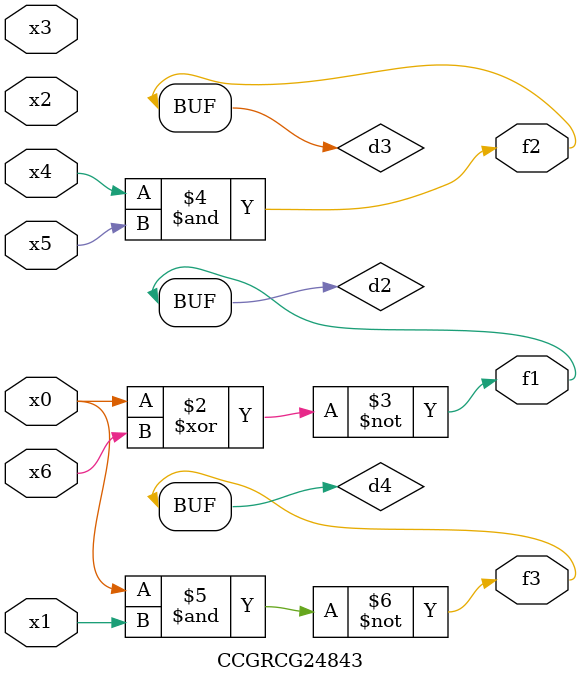
<source format=v>
module CCGRCG24843(
	input x0, x1, x2, x3, x4, x5, x6,
	output f1, f2, f3
);

	wire d1, d2, d3, d4;

	nor (d1, x0);
	xnor (d2, x0, x6);
	and (d3, x4, x5);
	nand (d4, x0, x1);
	assign f1 = d2;
	assign f2 = d3;
	assign f3 = d4;
endmodule

</source>
